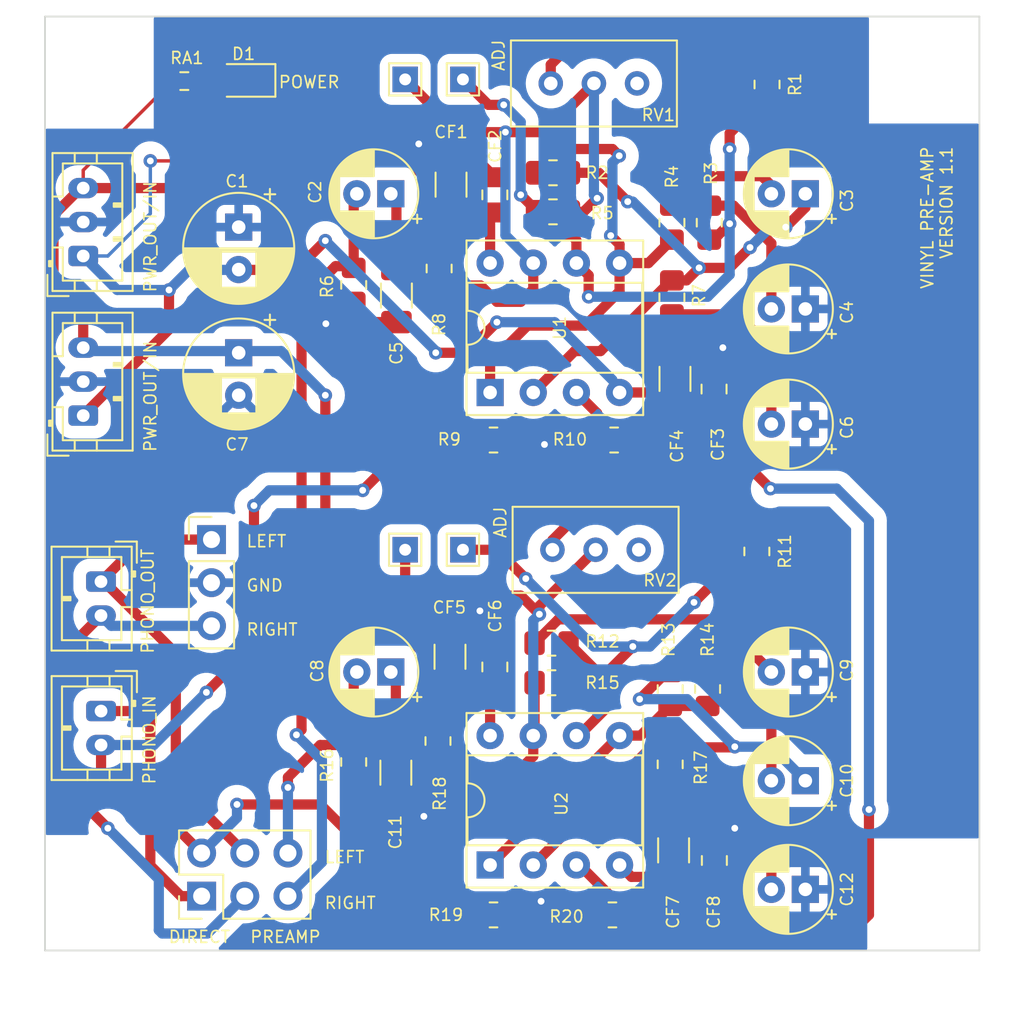
<source format=kicad_pcb>
(kicad_pcb (version 20221018) (generator pcbnew)
  (layers (0 "F.Cu" signal) (31 "B.Cu" signal) (34 "B.Paste" user) (35 "F.Paste" user) (36 "B.SilkS" user "B.Silkscreen") (37 "F.SilkS" user "F.Silkscreen") (38 "B.Mask" user) (39 "F.Mask" user) (44 "Edge.Cuts" user))
  (net 0 "")
  (net 1 "V-")
  (net 2 "V+")
  (net 3 "LEFTIN")
  (net 4 "RIGHTIN")
  (net 5 "LEFTOUT")
  (net 6 "RIGHTOUT")
  (net 7 "AGND")
  (net 8 "Net-(R1-Pad1)")
  (net 10 "Net-(C2-Pad1)")
  (net 11 "Net-(U1-InA-)")
  (net 12 "Net-(C6-Pad2)")
  (net 13 "Net-(C9-Pad2)")
  (net 14 "Net-(C10-Pad2)")
  (net 16 "LEFTAMP")
  (net 17 "RIGHTAMP")
  (net 18 "Net-(C3-Pad2)")
  (net 19 "Net-(C4-Pad2)")
  (net 20 "Net-(C11-Pad2)")
  (net 21 "Net-(U2-InA-)")
  (net 22 "Net-(C12-Pad2)")
  (net 23 "Net-(D1-A)")
  (net 24 "Net-(U1-InB-)")
  (net 25 "Net-(U1-InB+)")
  (net 26 "Net-(U1-OutB)")
  (net 27 "Net-(U1-InA+)")
  (net 28 "Net-(R11-Pad1)")
  (net 29 "Net-(U2-InB-)")
  (net 30 "Net-(U2-InB+)")
  (net 31 "Net-(U2-OutB)")
  (net 32 "Net-(U2-InA+)")
  (footprint "Connector_JST:JST_PH_B3B-PH-K_1x03_P2.00mm_Vertical" (layer "F.Cu") (at 133.65 94.7 90)
    (fp_text reference "J1" hide)
    (fp_text value "Conn_01x03_Male")
  )
  (footprint "Resistor_SMD:R_0805_2012Metric_Pad1.20x1.40mm_HandSolder" (layer "F.Cu") (at 164.9 105.5375 180)
    (fp_text reference "R10")
    (fp_text value "2K2")
  )
  (footprint "Connector_JST:JST_PH_B2B-PH-K_1x02_P2.00mm_Vertical" (layer "F.Cu") (at 134.7 121.5 -90)
    (fp_text reference "J5" hide)
    (fp_text value "Conn_01x02_Male")
  )
  (footprint "MountingHole:MountingHole_3.2mm_M3" (layer "F.Cu") (at 183.9 133.1)
    (fp_text reference "H3" hide)
    (fp_text value "MountingHole")
  )
  (footprint "Resistor_SMD:R_0805_2012Metric_Pad1.20x1.40mm_HandSolder" (layer "F.Cu") (at 168.3 97.1375 90)
    (fp_text reference "R7")
    (fp_text value "4.7K")
  )
  (footprint "Package_DIP:DIP-8_W7.62mm_Socket" (layer "F.Cu") (at 157.6 130.565124 90)
    (fp_text reference "U2")
    (fp_text value "OPA2134")
  )
  (footprint "Resistor_SMD:R_0805_2012Metric_Pad1.20x1.40mm_HandSolder" (layer "F.Cu") (at 154.6 95.4375 -90)
    (fp_text reference "R8")
    (fp_text value "750R")
  )
  (footprint "Capacitor_SMD:C_0805_2012Metric_Pad1.18x1.45mm_HandSolder" (layer "F.Cu") (at 157.877616 118.902624 -90)
    (fp_text reference "CF6")
    (fp_text value "0.1u")
  )
  (footprint "Resistor_SMD:R_0805_2012Metric_Pad1.20x1.40mm_HandSolder" (layer "F.Cu") (at 154.531414 123.265124 -90)
    (fp_text reference "R18")
    (fp_text value "750R")
  )
  (footprint "Capacitor_THT:CP_Radial_D5.0mm_P2.00mm" (layer "F.Cu") (at 151.755113 119.2 180)
    (fp_text reference "C8")
    (fp_text value "1U C0G")
  )
  (footprint "Resistor_SMD:R_0805_2012Metric_Pad1.20x1.40mm_HandSolder" (layer "F.Cu") (at 157.8 133.502624 180)
    (fp_text reference "R19")
    (fp_text value "47K")
  )
  (footprint "Resistor_SMD:R_0805_2012Metric_Pad1.20x1.40mm_HandSolder" (layer "F.Cu") (at 157.8 105.5375 180)
    (fp_text reference "R9")
    (fp_text value "47K")
  )
  (footprint "Connector_JST:JST_PH_B2B-PH-K_1x02_P2.00mm_Vertical" (layer "F.Cu") (at 134.695165 113.877039 -90)
    (fp_text reference "J4" hide)
    (fp_text value "Conn_01x02_Male")
  )
  (footprint "Resistor_SMD:R_0805_2012Metric_Pad1.20x1.40mm_HandSolder" (layer "F.Cu") (at 161.216424 119.832624)
    (fp_text reference "R15")
    (fp_text value "100K")
  )
  (footprint "Resistor_SMD:R_0603_1608Metric" (layer "F.Cu") (at 139.6 84.4 180)
    (fp_text reference "RA1")
    (fp_text value "5.1K")
  )
  (footprint "Capacitor_THT:CP_Radial_D6.3mm_P2.50mm" (layer "F.Cu") (at 142.8 93 -90)
    (fp_text reference "C1")
    (fp_text value "100U 16V")
  )
  (footprint "Capacitor_SMD:C_1206_3216Metric_Pad1.33x1.80mm_HandSolder" (layer "F.Cu") (at 152.085 97.03 90)
    (fp_text reference "C5")
    (fp_text value "0.1U C0G")
  )
  (footprint "Package_DIP:DIP-8_W7.62mm_Socket" (layer "F.Cu") (at 157.6 102.7375 90)
    (fp_text reference "U1")
    (fp_text value "OPA2134")
  )
  (footprint "MountingHole:MountingHole_3.2mm_M3" (layer "F.Cu") (at 133.9 133.1)
    (fp_text reference "H4" hide)
    (fp_text value "MountingHole")
  )
  (footprint "Resistor_SMD:R_0805_2012Metric_Pad1.20x1.40mm_HandSolder" (layer "F.Cu") (at 149.57 124.5 90)
    (fp_text reference "R16")
    (fp_text value "100K")
  )
  (footprint "TestPoint:TestPoint_THTPad_1.5x1.5mm_Drill0.7mm" (layer "F.Cu") (at 152.6 112)
    (fp_text reference "TP3" hide)
    (fp_text value "TestPoint")
  )
  (footprint "TestPoint:TestPoint_THTPad_1.5x1.5mm_Drill0.7mm" (layer "F.Cu") (at 156 112)
    (fp_text reference "TP4" hide)
    (fp_text value "TestPoint")
  )
  (footprint "Capacitor_SMD:C_1206_3216Metric_Pad1.33x1.80mm_HandSolder" (layer "F.Cu") (at 168.4 129.702624 -90)
    (fp_text reference "CF7")
    (fp_text value "10u")
  )
  (footprint "Resistor_SMD:R_0805_2012Metric_Pad1.20x1.40mm_HandSolder" (layer "F.Cu") (at 173.3 112.1 -90)
    (fp_text reference "R11")
    (fp_text value "2.7K")
  )
  (footprint "Resistor_SMD:R_0805_2012Metric_Pad1.20x1.40mm_HandSolder" (layer "F.Cu") (at 170.4 120.2 90)
    (fp_text reference "R14")
    (fp_text value "10K")
  )
  (footprint "MountingHole:MountingHole_3.2mm_M3" (layer "F.Cu") (at 183.9 83.1)
    (fp_text reference "H2" hide)
    (fp_text value "MountingHole")
  )
  (footprint "Capacitor_SMD:C_0805_2012Metric_Pad1.18x1.45mm_HandSolder" (layer "F.Cu") (at 170.78151 102.5375 -90)
    (fp_text reference "CF3")
    (fp_text value "0.1u")
  )
  (footprint "Resistor_SMD:R_0805_2012Metric_Pad1.20x1.40mm_HandSolder" (layer "F.Cu") (at 164.8 133.502624)
    (fp_text reference "R20")
    (fp_text value "2K2")
  )
  (footprint "Resistor_SMD:R_0805_2012Metric_Pad1.20x1.40mm_HandSolder" (layer "F.Cu") (at 170.5 92.7375 -90)
    (fp_text reference "R3")
    (fp_text value "2K7")
  )
  (footprint "LED_SMD:LED_0805_2012Metric_Pad1.15x1.40mm_HandSolder" (layer "F.Cu") (at 143.1 84.36 180)
    (fp_text reference "D1")
    (fp_text value "YELLOW")
  )
  (footprint "Capacitor_SMD:C_1206_3216Metric_Pad1.33x1.80mm_HandSolder" (layer "F.Cu") (at 155.238808 118.302624 -90)
    (fp_text reference "CF5")
    (fp_text value "10u")
  )
  (footprint "Capacitor_SMD:C_0805_2012Metric_Pad1.18x1.45mm_HandSolder" (layer "F.Cu") (at 157.877616 91.1 -90)
    (fp_text reference "CF2")
    (fp_text value "0.1u")
  )
  (footprint "Capacitor_THT:CP_Radial_D5.0mm_P2.00mm" (layer "F.Cu") (at 151.755113 91.0375 180)
    (fp_text reference "C2")
    (fp_text value "1U C0G")
  )
  (footprint "Resistor_SMD:R_0805_2012Metric_Pad1.20x1.40mm_HandSolder" (layer "F.Cu") (at 168.3 92.7375 90)
    (fp_text reference "R4")
    (fp_text value "10K")
  )
  (footprint "Connector_PinHeader_2.54mm:PinHeader_2x03_P2.54mm_Vertical" (layer "F.Cu") (at 140.62 132.4 90)
    (fp_text reference "J6" hide)
    (fp_text value "Conn_02x03_Odd_Even")
  )
  (footprint "Capacitor_THT:CP_Radial_D5.0mm_P2.00mm" (layer "F.Cu") (at 176.155113 91.0375 180)
    (fp_text reference "C3")
    (fp_text value "22U C0G")
  )
  (footprint "Capacitor_SMD:C_1206_3216Metric_Pad1.33x1.80mm_HandSolder" (layer "F.Cu") (at 152.050707 125.13 90)
    (fp_text reference "C11")
    (fp_text value "0.1U C0G")
  )
  (footprint "Connector_PinHeader_2.54mm:PinHeader_1x03_P2.54mm_Vertical" (layer "F.Cu") (at 141.2 111.4)
    (fp_text reference "J3" hide)
    (fp_text value "Conn_01x03_Male")
  )
  (footprint "TestPoint:TestPoint_THTPad_1.5x1.5mm_Drill0.7mm" (layer "F.Cu") (at 156 84.3)
    (fp_text reference "TP2" hide)
    (fp_text value "TestPoint")
  )
  (footprint "MountingHole:MountingHole_3.2mm_M3" (layer "F.Cu") (at 133.9 83.1)
    (fp_text reference "H1" hide)
    (fp_text value "MountingHole")
  )
  (footprint "Potentiometer_THT:Potentiometer_Bourns_3296W_Vertical" (layer "F.Cu") (at 166.25 84.5375)
    (fp_text reference "RV1")
    (fp_text value "50K")
  )
  (footprint "Capacitor_SMD:C_1206_3216Metric_Pad1.33x1.80mm_HandSolder" (layer "F.Cu") (at 155.3 90.5 -90)
    (fp_text reference "CF1")
    (fp_text value "10u")
  )
  (footprint "Resistor_SMD:R_0805_2012Metric_Pad1.20x1.40mm_HandSolder" (layer "F.Cu") (at 173.9 84.6 -90)
    (fp_text reference "R1")
    (fp_text value "2.7K")
  )
  (footprint "Resistor_SMD:R_0805_2012Metric_Pad1.20x1.40mm_HandSolder" (layer "F.Cu") (at 161.3 92.1 180)
    (fp_text reference "R5")
    (fp_text value "100K")
  )
  (footprint "Capacitor_THT:CP_Radial_D5.0mm_P2.00mm" (layer "F.Cu") (at 176.155113 119.2 180)
    (fp_text reference "C9")
    (fp_text value "22U C0G")
  )
  (footprint "Capacitor_THT:CP_Radial_D5.0mm_P2.00mm" (layer "F.Cu") (at 176.155113 132 180)
    (fp_text reference "C12")
    (fp_text value "22U")
  )
  (footprint "Resistor_SMD:R_0805_2012Metric_Pad1.20x1.40mm_HandSolder" (layer "F.Cu") (at 149.57 96.4 90)
    (fp_text reference "R6")
    (fp_text value "100K")
  )
  (footprint "Capacitor_SMD:C_0805_2012Metric_Pad1.18x1.45mm_HandSolder" (layer "F.Cu") (at 170.8 130.3 -90)
    (fp_text reference "CF8")
    (fp_text value "0.1u")
  )
  (footprint "Capacitor_THT:CP_Radial_D5.0mm_P2.00mm" (layer "F.Cu") (at 176.155113 125.6 180)
    (fp_text reference "C10")
    (fp_text value "22U C0G")
  )
  (footprint "TestPoint:TestPoint_THTPad_1.5x1.5mm_Drill0.7mm" (layer "F.Cu") (at 152.6 84.3)
    (fp_text reference "TP1" hide)
    (fp_text value "TestPoint")
  )
  (footprint "Resistor_SMD:R_0805_2012Metric_Pad1.20x1.40mm_HandSolder" (layer "F.Cu") (at 161.216424 117.5)
    (fp_text reference "R12")
    (fp_text value "2K7")
  )
  (footprint "Resistor_SMD:R_0805_2012Metric_Pad1.20x1.40mm_HandSolder" (layer "F.Cu") (at 161.3 89.8 180)
    (fp_text reference "R2")
    (fp_text value "180K")
  )
  (footprint "Capacitor_THT:CP_Radial_D5.0mm_P2.00mm" (layer "F.Cu") (at 176.155113 104.6 180)
    (fp_text reference "C6")
    (fp_text value "22U")
  )
  (footprint "Capacitor_THT:CP_Radial_D5.0mm_P2.00mm" (layer "F.Cu") (at 176.155113 97.81875 180)
    (fp_text reference "C4")
    (fp_text value "22U C0G")
  )
  (footprint "Potentiometer_THT:Potentiometer_Bourns_3296W_Vertical" (layer "F.Cu") (at 166.35 112)
    (fp_text reference "RV2")
    (fp_text value "50K")
  )
  (footprint "Capacitor_THT:CP_Radial_D6.3mm_P2.50mm" (layer "F.Cu") (at 142.8 100.4 -90)
    (fp_text reference "C7")
    (fp_text value "100U 16V")
  )
  (footprint "Capacitor_SMD:C_1206_3216Metric_Pad1.33x1.80mm_HandSolder" (layer "F.Cu") (at 168.48151 101.9375 -90)
    (fp_text reference "CF4")
    (fp_text value "10u")
  )
  (footprint "Resistor_SMD:R_0805_2012Metric_Pad1.20x1.40mm_HandSolder" (layer "F.Cu") (at 168.2 120.202624 -90)
    (fp_text reference "R13")
    (fp_text value "180K")
  )
  (footprint "Connector_JST:JST_PH_B3B-PH-K_1x03_P2.00mm_Vertical" (layer "F.Cu") (at 133.65 104.1 90)
    (fp_text reference "J2" hide)
    (fp_text value "Conn_01x03_Male")
  )
  (footprint "Resistor_SMD:R_0805_2012Metric_Pad1.20x1.40mm_HandSolder" (layer "F.Cu") (at 168.2 124.637624 90)
    (fp_text reference "R17")
    (fp_text value "4.7K")
  )
  (gr_line (start 186.4 135.6) (end 186.4 80.6) (stroke (width 0.1)) (layer "Edge.Cuts"))
  (gr_line (start 186.4 80.6) (end 131.4 80.6) (stroke (width 0.1)) (layer "Edge.Cuts"))
  (gr_line (start 131.4 80.6) (end 131.4 135.6) (stroke (width 0.1)) (layer "Edge.Cuts"))
  (gr_line (start 131.4 135.6) (end 186.4 135.6) (stroke (width 0.1)) (layer "Edge.Cuts"))
  (gr_text "PHONO_IN" (at 137.545165 125.877039 90) (layer "F.SilkS") (effects (font (size 0.7 0.7) (thickness 0.1)) (justify left)))
  (gr_text "GND\n" (at 143.2 114.1) (layer "F.SilkS") (effects (font (size 0.7 0.7) (thickness 0.1)) (justify left)))
  (gr_text "LEFT" (at 147.8 130.1) (layer "F.SilkS") (effects (font (size 0.7 0.7) (thickness 0.1)) (justify left)))
  (gr_text "PHONO_OUT" (at 137.445165 118.177039 90) (layer "F.SilkS") (effects (font (size 0.7 0.7) (thickness 0.1)) (justify left)))
  (gr_text "DIRECT" (at 138.62 134.8) (layer "F.SilkS") (effects (font (size 0.7 0.7) (thickness 0.1)) (justify left)))
  (gr_text "PWR_OUT/IN" (at 137.6 106.3 90) (layer "F.SilkS") (effects (font (size 0.7 0.7) (thickness 0.1)) (justify left)))
  (gr_text "VINYL PRE-AMP\nVERSION 1.1" (at 183.9 88.2 90) (layer "F.SilkS") (effects (font (size 0.7 0.7) (thickness 0.1)) (justify right)))
  (gr_text "POWER" (at 145.1 84.46) (layer "F.SilkS") (effects (font (size 0.7 0.7) (thickness 0.1)) (justify left)))
  (gr_text "PWR_OUT/IN" (at 137.6 96.9 90) (layer "F.SilkS") (effects (font (size 0.7 0.7) (thickness 0.1)) (justify left)))
  (gr_text "ADJ" (at 158.2 109.4 90) (layer "F.SilkS") (effects (font (size 0.7 0.7) (thickness 0.1)) (justify right)))
  (gr_text "PREAMP" (at 143.42 134.8) (layer "F.SilkS") (effects (font (size 0.7 0.7) (thickness 0.1)) (justify left)))
  (gr_text "ADJ" (at 158.1 81.9 90) (layer "F.SilkS") (effects (font (size 0.7 0.7) (thickness 0.1)) (justify right)))
  (gr_text "RIGHT" (at 143.2 116.7) (layer "F.SilkS") (effects (font (size 0.7 0.7) (thickness 0.1)) (justify left)))
  (gr_text "RIGHT" (at 147.8 132.8) (layer "F.SilkS") (effects (font (size 0.7 0.7) (thickness 0.1)) (justify left)))
  (gr_text "LEFT" (at 143.2 111.5) (layer "F.SilkS") (effects (font (size 0.7 0.7) (thickness 0.1)) (justify left)))
  (segment (start 168.4 131.265124) (end 165.92 131.265124) (width 0.6) (layer "F.Cu") (net 1))
  (segment (start 165.92 131.265124) (end 165.22 130.565124) (width 0.6) (layer "F.Cu") (net 1))
  (segment (start 139.385 89.1) (end 137.6 89.1) (width 0.2) (layer "F.Cu") (net 1))
  (segment (start 146.182379 95.517621) (end 147.9 93.8) (width 0.6) (layer "F.Cu") (net 1))
  (segment (start 142.8 95.517621) (end 146.182379 95.517621) (width 0.6) (layer "F.Cu") (net 1))
  (segment (start 170.78151 105.08151) (end 170.78151 103.575) (width 0.6) (layer "F.Cu") (net 1))
  (segment (start 174.1 108.4) (end 170.78151 105.08151) (width 0.6) (layer "F.Cu") (net 1))
  (segment (start 179.1 134.3) (end 179.3 134.1) (width 0.6) (layer "F.Cu") (net 1))
  (segment (start 167.71901 102.7375) (end 168.48151 103.5) (width 0.6) (layer "F.Cu") (net 1))
  (segment (start 170.78151 103.575) (end 168.55651 103.575) (width 0.6) (layer "F.Cu") (net 1))
  (segment (start 165.22 102.7375) (end 167.71901 102.7375) (width 0.6) (layer "F.Cu") (net 1))
  (segment (start 154.4 100.4) (end 156.2 100.4) (width 0.6) (layer "F.Cu") (net 1))
  (segment (start 138.7 99.027914) (end 138.7 96.7) (width 0.6) (layer "F.Cu") (net 1))
  (segment (start 173.1 134.3) (end 179.1 134.3) (width 0.6) (layer "F.Cu") (net 1))
  (segment (start 170.8 131.3375) (end 168.472376 131.3375) (width 0.6) (layer "F.Cu") (net 1))
  (segment (start 179.9 133.5) (end 179.9 127.3) (width 0.6) (layer "F.Cu") (net 1))
  (segment (start 170.8 132) (end 173.1 134.3) (width 0.6) (layer "F.Cu") (net 1))
  (segment (start 179.3 134.1) (end 179.9 133.5) (width 0.6) (layer "F.Cu") (net 1))
  (segment (start 170.8 131.3375) (end 170.8 132) (width 0.6) (layer "F.Cu") (net 1))
  (segment (start 144.125 84.36) (end 139.385 89.1) (width 0.2) (layer "F.Cu") (net 1))
  (segment (start 133.65 104.077914) (end 138.7 99.027914) (width 0.6) (layer "F.Cu") (net 1))
  (segment (start 156.2 100.4) (end 158 98.6) (width 0.6) (layer "F.Cu") (net 1))
  (via (at 138.7 96.7) (size 0.8) (drill 0.4) (layers "F.Cu" "B.Cu") (net 1))
  (via (at 174.1 108.4) (size 0.8) (drill 0.4) (layers "F.Cu" "B.Cu") (net 1))
  (via (at 154.4 100.4) (size 0.8) (drill 0.4) (layers "F.Cu" "B.Cu") (net 1))
  (via (at 137.6 89.1) (size 0.8) (drill 0.4) (layers "F.Cu" "B.Cu") (net 1))
  (via (at 179.9 127.3) (size 0.8) (drill 0.4) (layers "F.Cu" "B.Cu") (net 1))
  (via (at 158 98.6) (size 0.8) (drill 0.4) (layers "F.Cu" "B.Cu") (net 1))
  (via (at 147.9 93.8) (size 0.8) (drill 0.4) (layers "F.Cu" "B.Cu") (net 1))
  (segment (start 133.65 94.7) (end 135.1 94.7) (width 0.2) (layer "B.Cu") (net 1))
  (segment (start 158 98.6) (end 161.4 98.6) (width 0.6) (layer "B.Cu") (net 1))
  (segment (start 135.65 96.7) (end 138.7 96.7) (width 0.6) (layer "B.Cu") (net 1))
  (segment (start 178 108.4) (end 174.1 108.4) (width 0.6) (layer "B.Cu") (net 1))
  (segment (start 142.8 95.517621) (end 139.882379 95.517621) (width 0.6) (layer "B.Cu") (net 1))
  (segment (start 135.1 94.7) (end 137.6 92.2) (width 0.2) (layer "B.Cu") (net 1))
  (segment (start 133.65 94.7) (end 135.65 96.7) (width 0.6) (layer "B.Cu") (net 1))
  (segment (start 137.6 92.2) (end 137.6 89.1) (width 0.2) (layer "B.Cu") (net 1))
  (segment (start 139.882379 95.517621) (end 138.7 96.7) (width 0.6) (layer "B.Cu") (net 1))
  (segment (start 179.9 110.3) (end 178 108.4) (width 0.6) (layer "B.Cu") (net 1))
  (segment (start 154.4 100.3) (end 154.4 100.4) (width 0.6) (layer "B.Cu") (net 1))
  (segment (start 147.9 93.8) (end 154.4 100.3) (width 0.6) (layer "B.Cu") (net 1))
  (segment (start 179.9 127.3) (end 179.9 110.3) (width 0.6) (layer "B.Cu") (net 1))
  (segment (start 161.4 98.6) (end 164.8 102) (width 0.6) (layer "B.Cu") (net 1))
  (segment (start 131.9 96.8) (end 131.9 92.3) (width 0.6) (layer "F.Cu") (net 2))
  (segment (start 141 88.4) (end 138.7 90.7) (width 0.6) (layer "F.Cu") (net 2))
  (segment (start 133.65 89.65) (end 133.65 90.7) (width 0.2) (layer "F.Cu") (net 2))
  (segment (start 157.6 122.945124) (end 157.6 120.21774) (width 0.6) (layer "F.Cu") (net 2))
  (segment (start 148.7 113.1) (end 148.6 113.1) (width 0.6) (layer "F.Cu") (net 2))
  (segment (start 131.9 92.3) (end 133.5 90.7) (width 0.6) (layer "F.Cu") (net 2))
  (segment (start 133.65 98.55) (end 131.9 96.8) (width 0.6) (layer "F.Cu") (net 2))
  (segment (start 148.6 113.1) (end 147.9 112.4) (width 0.6) (layer "F.Cu") (net 2))
  (segment (start 138.775 84.525) (end 133.65 89.65) (width 0.2) (layer "F.Cu") (net 2))
  (segment (start 157.6 95.1175) (end 157.6 92.415116) (width 0.6) (layer "F.Cu") (net 2))
  (segment (start 152.1 88.4) (end 141 88.4) (width 0.6) (layer "F.Cu") (net 2))
  (segment (start 157.877616 119.940124) (end 155.313808 119.940124) (width 0.6) (layer "F.Cu") (net 2))
  (segment (start 155.3 92.0625) (end 155.3 91.6) (width 0.6) (layer "F.Cu") (net 2))
  (segment (start 155.238808 119.638808) (end 148.7 113.1) (width 0.6) (layer "F.Cu") (net 2))
  (segment (start 147.9 112.4) (end 147.9 102.9) (width 0.6) (layer "F.Cu") (net 2))
  (segment (start 138.7 90.7) (end 133.65 90.7) (width 0.6) (layer "F.Cu") (net 2))
  (segment (start 157.877616 92.1375) (end 155.375 92.1375) (width 0.6) (layer "F.Cu") (net 2))
  (segment (start 133.65 100.1) (end 133.65 98.55) (width 0.6) (layer "F.Cu") (net 2))
  (segment (start 155.3 91.6) (end 152.1 88.4) (width 0.6) (layer "F.Cu") (net 2))
  (via (at 147.9 102.9) (size 0.8) (drill 0.4) (layers "F.Cu" "B.Cu") (net 2))
  (segment (start 142.8 100.3) (end 133.85 100.3) (width 0.6) (layer "B.Cu") (net 2))
  (segment (start 145.3 100.3) (end 142.8 100.3) (width 0.6) (layer "B.Cu") (net 2))
  (segment (start 147.9 102.9) (end 145.3 100.3) (width 0.6) (layer "B.Cu") (net 2))
  (segment (start 156.8 133.502624) (end 154.102624 133.502624) (width 0.6) (layer "F.Cu") (net 3))
  (segment (start 147.6 127) (end 142.7 127) (width 0.6) (layer "F.Cu") (net 3))
  (segment (start 140.62 129.86) (end 137.6 126.84) (width 0.6) (layer "F.Cu") (net 3))
  (segment (start 163.497376 133.502624) (end 163.8 133.502624) (width 0.6) (layer "F.Cu") (net 3))
  (segment (start 156.8 134) (end 157.8 135) (width 0.6) (layer "F.Cu") (net 3))
  (segment (start 137.6 126.84) (end 137.6 122.1) (width 0.6) (layer "F.Cu") (net 3))
  (segment (start 162 135) (end 163.497376 133.502624) (width 0.6) (layer "F.Cu") (net 3))
  (segment (start 156.8 133.502624) (end 156.8 134) (width 0.6) (layer "F.Cu") (net 3))
  (segment (start 157.8 135) (end 162 135) (width 0.6) (layer "F.Cu") (net 3))
  (segment (start 137.6 122.1) (end 137 121.5) (width 0.6) (layer "F.Cu") (net 3))
  (segment (start 154.102624 133.502624) (end 147.6 127) (width 0.6) (layer "F.Cu") (net 3))
  (segment (start 137 121.5) (end 134.7 121.5) (width 0.6) (layer "F.Cu") (net 3))
  (via (at 142.7 127) (size 0.8) (drill 0.4) (layers "F.Cu" "B.Cu") (net 3))
  (segment (start 142.7 127.78) (end 142.7 127) (width 0.6) (layer "B.Cu") (net 3))
  (segment (start 140.62 129.86) (end 142.7 127.78) (width 0.6) (layer "B.Cu") (net 3))
  (segment (start 137.6 130.6) (end 137.6 128.2) (width 0.6) (layer "F.Cu") (net 4))
  (segment (start 140.9 120.4) (end 143.7 117.6) (width 0.6) (layer "F.Cu") (net 4))
  (segment (start 158.5 107.1) (end 164.3 107.1) (width 0.6) (layer "F.Cu") (net 4))
  (segment (start 150.1 108.5) (end 153.0625 105.5375) (width 0.6) (layer "F.Cu") (net 4))
  (segment (start 137.6 128.2) (end 134.7 125.3) (width 0.6) (layer "F.Cu") (net 4))
  (segment (start 139.4 132.4) (end 137.6 130.6) (width 0.6) (layer "F.Cu") (net 4))
  (segment (start 134.7 125.3) (end 134.7 123.5) (width 0.6) (layer "F.Cu") (net 4))
  (segment (start 164.3 107.1) (end 165.8625 105.5375) (width 0.6) (layer "F.Cu") (net 4))
  (segment (start 153.0625 105.5375) (end 156.8 105.5375) (width 0.6) (layer "F.Cu") (net 4))
  (segment (start 143.7 117.6) (end 143.7 109.4) (width 0.6) (layer "F.Cu") (net 4))
  (segment (start 140.62 132.4) (end 139.4 132.4) (width 0.6) (layer "F.Cu") (net 4))
  (segment (start 156.9375 105.5375) (end 158.5 107.1) (width 0.6) (layer "F.Cu") (net 4))
  (via (at 140.9 120.4) (size 0.8) (drill 0.4) (layers "F.Cu" "B.Cu") (net 4))
  (via (at 143.7 109.4) (size 0.8) (drill 0.4) (layers "F.Cu" "B.Cu") (net 4))
  (via (at 150.1 108.5) (size 0.8) (drill 0.4) (layers "F.Cu" "B.Cu") (net 4))
  (segment (start 150.1 108.5) (end 144.6 108.5) (width 0.6) (layer "B.Cu") (net 4))
  (segment (start 144.6 108.5) (end 143.7 109.4) (width 0.6) (layer "B.Cu") (net 4))
  (segment (start 137.8 123.5) (end 140.9 120.4) (width 0.6) (layer "B.Cu") (net 4))
  (segment (start 134.7 123.5) (end 137.8 123.5) (width 0.6) (layer "B.Cu") (net 4))
  (segment (start 141.2 111.4) (end 137.172204 111.4) (width 0.6) (layer "F.Cu") (net 5))
  (segment (start 139.1 125.8) (end 139.1 118.1) (width 0.6) (layer "F.Cu") (net 5))
  (segment (start 143.16 129.86) (end 139.1 125.8) (width 0.6) (layer "F.Cu") (net 5))
  (segment (start 139.1 118.1) (end 134.877039 113.877039) (width 0.6) (layer "F.Cu") (net 5))
  (segment (start 137.172204 111.4) (end 134.695165 113.877039) (width 0.6) (layer "F.Cu") (net 5))
  (segment (start 132 118.572204) (end 132 125.3) (width 0.6) (layer "F.Cu") (net 6))
  (segment (start 134.695165 115.877039) (end 132 118.572204) (width 0.6) (layer "F.Cu") (net 6))
  (segment (start 132 125.3) (end 135.1 128.4) (width 0.6) (layer "F.Cu") (net 6))
  (via (at 135.1 128.4) (size 0.8) (drill 0.4) (layers "F.Cu" "B.Cu") (net 6))
  (segment (start 140.96 134.6) (end 138.3 134.6) (width 0.6) (layer "B.Cu") (net 6))
  (segment (start 138.1 131.4) (end 135.1 128.4) (width 0.6) (layer "B.Cu") (net 6))
  (segment (start 138.1 134.4) (end 138.1 131.4) (width 0.6) (layer "B.Cu") (net 6))
  (segment (start 143.16 132.4) (end 140.96 134.6) (width 0.6) (layer "B.Cu") (net 6))
  (segment (start 135.298126 116.48) (end 134.695165 115.877039) (width 0.6) (layer "B.Cu") (net 6))
  (segment (start 138.3 134.6) (end 138.1 134.4) (width 0.6) (layer "B.Cu") (net 6))
  (segment (start 141.2 116.48) (end 135.298126 116.48) (width 0.6) (layer "B.Cu") (net 6))
  (segment (start 170.78151 100.61849) (end 171.3 100.1) (width 0.6) (layer "F.Cu") (net 7))
  (segment (start 158.8 105.5375) (end 160.5375 105.5375) (width 0.6) (layer "F.Cu") (net 7))
  (segment (start 149.220824 97.4) (end 147.93144 98.689384) (width 0.6) (layer "F.Cu") (net 7))
  (segment (start 152.085 98.5925) (end 150.7625 98.5925) (width 0.6) (layer "F.Cu") (net 7))
  (segment (start 152.050707 126.6925) (end 152.6925 126.6925) (width 0.6) (layer "F.Cu") (net 7))
  (segment (start 156.2 116.4) (end 157 115.6) (width 0.6) (layer "F.Cu") (net 7))
  (segment (start 171.1375 129.2625) (end 172 128.4) (width 0.6) (layer "F.Cu") (net 7))
  (segment (start 152.050707 126.6925) (end 150.7625 126.6925) (width 0.6) (layer "F.Cu") (net 7))
  (segment (start 158.8 133.502624) (end 159.797376 133.502624) (width 0.6) (layer "F.Cu") (net 7))
  (segment (start 157.877616 117.865124) (end 156.363808 117.865124) (width 0.6) (layer "F.Cu") (net 7))
  (segment (start 170.78151 101.5) (end 170.78151 100.61849) (width 0.6) (layer "F.Cu") (net 7))
  (segment (start 160.5375 105.5375) (end 160.8 105.8) (width 0.6) (layer "F.Cu") (net 7))
  (segment (start 169.60651 101.5) (end 168.48151 100.375) (width 0.6) (layer "F.Cu") (net 7))
  (segment (start 155.578932 116.4) (end 156.2 116.4) (width 0.6) (layer "F.Cu") (net 7))
  (segment (start 150.7625 126.6925) (end 149.57 125.5) (width 0.6) (layer "F.Cu") (net 7))
  (segment (start 155.5 88.9375) (end 154.2375 88.9375) (width 0.6) (layer "F.Cu") (net 7))
  (segment (start 156.363808 117.865124) (end 155.238808 116.740124) (width 0.6) (layer "F.Cu") (net 7))
  (segment (start 168.4 128.140124) (end 169.677624 128.140124) (width 0.6) (layer "F.Cu") (net 7))
  (segment (start 152.6925 126.6925) (end 153.7 127.7) (width 0.6) (layer "F.Cu") (net 7))
  (segment (start 155.5 88.9375) (end 156.752616 88.9375) (width 0.6) (layer "F.Cu") (net 7))
  (segment (start 170.78151 101.5) (end 169.60651 101.5) (width 0.6) (layer "F.Cu") (net 7))
  (segment (start 159.797376 133.502624) (end 160.6 132.7) (width 0.6) (layer "F.Cu") (net 7))
  (segment (start 156.752616 88.9375) (end 157.877616 90.0625) (width 0.6) (layer "F.Cu") (net 7))
  (segment (start 169.677624 128.140124) (end 170.8 129.2625) (width 0.6) (layer "F.Cu") (net 7))
  (segment (start 150.7625 98.5925) (end 149.57 97.4) (width 0.6) (layer "F.Cu") (net 7))
  (segment (start 154.2375 88.9375) (end 153.4 88.1) (width 0.6) (layer "F.Cu") (net 7))
  (via (at 171.3 100.1) (size 0.8) (drill 0.4) (layers "F.Cu" "B.Cu") (net 7))
  (via (at 153.7 127.7) (size 0.8) (drill 0.4) (layers "F.Cu" "B.Cu") (net 7))
  (via (at 172 128.4) (size 0.8) (drill 0.4) (layers "F.Cu" "B.Cu") (net 7))
  (via (at 160.6 132.7) (size 0.8) (drill 0.4) (layers "F.Cu" "B.Cu") (net 7))
  (via (at 160.8 105.8) (size 0.8) (drill 0.4) (layers "F.Cu" "B.Cu") (net 7))
  (via (at 147.93144 98.689384) (size 0.8) (drill 0.4) (layers "F.Cu" "B.Cu") (net 7))
  (via (at 153.4 88.1) (size 0.8) (drill 0.4) (layers "F.Cu" "B.Cu") (net 7))
  (via (at 157 115.6) (size 0.8) (drill 0.4) (layers "F.Cu" "B.Cu") (net 7))
  (segment (start 161.17 83.43) (end 161.17 84.5375) (width 0.6) (layer "F.Cu") (net 8))
  (segment (start 172.475 82.5) (end 162.1 82.5) (width 0.6) (layer "F.Cu") (net 8))
  (segment (start 173.575 83.6) (end 172.475 82.5) (width 0.6) (layer "F.Cu") (net 8))
  (segment (start 162.1 82.5) (end 161.17 83.43) (width 0.6) (layer "F.Cu") (net 8))
  (segment (start 153.57 95.4675) (end 154.5325 94.505) (width 0.6) (layer "F.Cu") (net 10))
  (segment (start 152.085 95.4675) (end 153.57 95.4675) (width 0.6) (layer "F.Cu") (net 10))
  (segment (start 152.085 90.729887) (end 152.085 95.4675) (width 0.6) (layer "F.Cu") (net 10))
  (segment (start 176.155113 91.844887) (end 175 93) (width 0.6) (layer "F.Cu") (net 11))
  (segment (start 162.5775 100.3) (end 164.1 100.3) (width 0.6) (layer "F.Cu") (net 11))
  (segment (start 164.1 100.3) (end 168.2625 96.1375) (width 0.6) (layer "F.Cu") (net 11))
  (segment (start 162.3 89.8) (end 164 89.8) (width 0.6) (layer "F.Cu") (net 11))
  (segment (start 172.9 94.2) (end 171.7 95.4) (width 0.6) (layer "F.Cu") (net 11))
  (segment (start 164 89.8) (end 165.7 91.5) (width 0.6) (layer "F.Cu") (net 11))
  (segment (start 169.1625 96.1375) (end 169.9 95.4) (width 0.6) (layer "F.Cu") (net 11))
  (segment (start 176.155113 91.0375) (end 176.155113 91.844887) (width 0.6) (layer "F.Cu") (net 11))
  (segment (start 160.14 102.7375) (end 162.5775 100.3) (width 0.6) (layer "F.Cu") (net 11))
  (segment (start 171.7 95.4) (end 169.9 95.4) (width 0.6) (layer "F.Cu") (net 11))
  (segment (start 168.3 96.1375) (end 169.1625 96.1375) (width 0.6) (layer "F.Cu") (net 11))
  (via (at 165.7 91.5) (size 0.8) (drill 0.4) (layers "F.Cu" "B.Cu") (net 11))
  (via (at 172.9 94.2) (size 0.8) (drill 0.4) (layers "F.Cu" "B.Cu") (net 11))
  (via (at 169.9 95.4) (size 0.8) (drill 0.4) (layers "F.Cu" "B.Cu") (net 11))
  (via (at 175 93) (size 0.8) (drill 0.4) (layers "F.Cu" "B.Cu") (net 11))
  (segment (start 166 91.5) (end 165.7 91.5) (width 0.6) (layer "B.Cu") (net 11))
  (segment (start 175 93) (end 174.1 93) (width 0.6) (layer "B.Cu") (net 11))
  (segment (start 169.9 95.4) (end 166 91.5) (width 0.6) (layer "B.Cu") (net 11))
  (segment (start 174.1 93) (end 172.9 94.2) (width 0.6) (layer "B.Cu") (net 11))
  (segment (start 174.155113 100.155113) (end 172.1375 98.1375) (width 0.6) (layer "F.Cu") (net 12))
  (segment (start 174.155113 104.6) (end 174.155113 100.155113) (width 0.6) (layer "F.Cu") (net 12))
  (segment (start 172.1375 98.1375) (end 168.3 98.1375) (width 0.6) (layer "F.Cu") (net 12))
  (segment (start 160.216424 117.5) (end 161.616924 116.0995) (width 0.6) (layer "F.Cu") (net 13))
  (segment (start 161.616924 116.0995) (end 171.054613 116.0995) (width 0.6) (layer "F.Cu") (net 13))
  (segment (start 171.054613 116.0995) (end 174.155113 119.2) (width 0.6) (layer "F.Cu") (net 13))
  (segment (start 170.4 119.2) (end 171.6 119.2) (width 0.6) (layer "F.Cu") (net 14))
  (segment (start 171.6 119.2) (end 174.155113 121.755113) (width 0.6) (layer "F.Cu") (net 14))
  (segment (start 174.155113 121.755113) (end 174.155113 125.6) (width 0.6) (layer "F.Cu") (net 14))
  (segment (start 149.57 123.5) (end 149.57 119.385113) (width 0.6) (layer "F.Cu") (net 16))
  (segment (start 145.7 126) (end 145.7 125.4) (width 0.6) (layer "F.Cu") (net 16))
  (segment (start 149.57 123.5) (end 147.6 123.5) (width 0.6) (layer "F.Cu") (net 16))
  (segment (start 145.7 125.4) (end 147.6 123.5) (width 0.6) (layer "F.Cu") (net 16))
  (via (at 145.7 126) (size 0.8) (drill 0.4) (layers "F.Cu" "B.Cu") (net 16))
  (segment (start 145.7 126) (end 145.7 129.86) (width 0.6) (layer "B.Cu") (net 16))
  (segment (start 146.2 122.9) (end 146.5 122.6) (width 0.6) (layer "F.Cu") (net 17))
  (segment (start 149.57 95.4) (end 149.57 90.585113) (width 0.6) (layer "F.Cu") (net 17))
  (segment (start 148.5 95.3) (end 149.47 95.3) (width 0.6) (layer "F.Cu") (net 17))
  (segment (start 146.5 122.6) (end 146.5 97.3) (width 0.6) (layer "F.Cu") (net 17))
  (segment (start 146.5 97.3) (end 148.5 95.3) (width 0.6) (layer "F.Cu") (net 17))
  (via (at 146.2 122.9) (size 0.8) (drill 0.4) (layers "F.Cu" "B.Cu") (net 17))
  (segment (start 147.7 130.4) (end 147.7 124.4) (width 0.6) (layer "B.Cu") (net 17))
  (segment (start 145.7 132.4) (end 147.7 130.4) (width 0.6) (layer "B.Cu") (net 17))
  (segment (start 147.7 124.4) (end 146.2 122.9) (width 0.6) (layer "B.Cu") (net 17))
  (segment (start 168.3 91.7375) (end 168.3 90.6) (width 0.6) (layer "F.Cu") (net 18))
  (segment (start 173.6 90) (end 174.155113 90.555113) (width 0.6) (layer "F.Cu") (net 18))
  (segment (start 168.9 90) (end 173.6 90) (width 0.6) (layer "F.Cu") (net 18))
  (segment (start 168.3 90.6) (end 168.9 90) (width 0.6) (layer "F.Cu") (net 18))
  (segment (start 174.155113 93.955113) (end 174.155113 97.81875) (width 0.6) (layer "F.Cu") (net 19))
  (segment (start 171.9375 91.7375) (end 174.155113 93.955113) (width 0.6) (layer "F.Cu") (net 19))
  (segment (start 170.5 91.7375) (end 171.9375 91.7375) (width 0.6) (layer "F.Cu") (net 19))
  (segment (start 152.050707 123.5675) (end 152.050707 119.495594) (width 0.6) (layer "F.Cu") (net 20))
  (segment (start 154.531414 122.265124) (end 153.353083 122.265124) (width 0.6) (layer "F.Cu") (net 20))
  (segment (start 153.353083 122.265124) (end 152.050707 123.5675) (width 0.6) (layer "F.Cu") (net 20))
  (segment (start 167.997376 119.202624) (end 166.4 120.8) (width 0.6) (layer "F.Cu") (net 21))
  (segment (start 171.962376 123.637624) (end 172 123.6) (width 0.6) (layer "F.Cu") (net 21))
  (segment (start 167.0675 123.637624) (end 168.2 123.637624) (width 0.6) (layer "F.Cu") (net 21))
  (segment (start 160.14 130.565124) (end 167.0675 123.637624) (width 0.6) (layer "F.Cu") (net 21))
  (segment (start 168.2 123.637624) (end 171.962376 123.637624) (width 0.6) (layer "F.Cu") (net 21))
  (via (at 172 123.6) (size 0.8) (drill 0.4) (layers "F.Cu" "B.Cu") (net 21))
  (via (at 166.4 120.8) (size 0.8) (drill 0.4) (layers "F.Cu" "B.Cu") (net 21))
  (segment (start 174.155113 123.6) (end 176.155113 125.6) (width 0.6) (layer "B.Cu") (net 21))
  (segment (start 172 123.6) (end 174.155113 123.6) (width 0.6) (layer "B.Cu") (net 21))
  (segment (start 166.4 120.8) (end 169.2 120.8) (width 0.6) (layer "B.Cu") (net 21))
  (segment (start 169.2 120.8) (end 172 123.6) (width 0.6) (layer "B.Cu") (net 21))
  (segment (start 171.437624 125.637624) (end 168.2 125.637624) (width 0.6) (layer "F.Cu") (net 22))
  (segment (start 174.155113 132) (end 174.155113 128.355113) (width 0.6) (layer "F.Cu") (net 22))
  (segment (start 174.155113 128.355113) (end 171.437624 125.637624) (width 0.6) (layer "F.Cu") (net 22))
  (segment (start 140.425 84.4) (end 141.8825 84.4) (width 0.25) (layer "F.Cu") (net 23))
  (segment (start 171.7 87.475) (end 173.575 85.6) (width 0.6) (layer "F.Cu") (net 24))
  (segment (start 162.4 93.5) (end 161.1 93.5) (width 0.6) (layer "F.Cu") (net 24))
  (segment (start 162.68 93.78) (end 162.4 93.5) (width 0.6) (layer "F.Cu") (net 24))
  (segment (start 158.4 85.8) (end 157.5 85.8) (width 0.6) (layer "F.Cu") (net 24))
  (segment (start 160.3 92) (end 159.4 91.1) (width 0.6) (layer "F.Cu") (net 24))
  (segment (start 163.4 95.8375) (end 162.68 95.1175) (width 0.6) (layer "F.Cu") (net 24))
  (segment (start 160.3 92.7) (end 160.3 92.1) (width 0.6) (layer "F.Cu") (net 24))
  (segment (start 160.3 92.1) (end 160.3 92.7375) (width 0.6) (layer "F.Cu") (net 24))
  (segment (start 162.68 95.1175) (end 162.68 93.78) (width 0.6) (layer "F.Cu") (net 24))
  (segment (start 157.5 85.8) (end 156 84.3) (width 0.6) (layer "F.Cu") (net 24))
  (segment (start 170.7625 93.7375) (end 171.7 92.8) (width 0.6) (layer "F.Cu") (net 24))
  (segment (start 161.1 93.5) (end 160.3 92.7) (width 0.6) (layer "F.Cu") (net 24))
  (segment (start 171.7 88.4) (end 171.7 87.475) (width 0.6) (layer "F.Cu") (net 24))
  (segment (start 163.4 97.1) (end 163.4 95.8375) (width 0.6) (layer "F.Cu") (net 24))
  (via (at 171.7 92.8) (size 0.8) (drill 0.4) (layers "F.Cu" "B.Cu") (net 24))
  (via (at 163.4 97.1) (size 0.8) (drill 0.4) (layers "F.Cu" "B.Cu") (net 24))
  (via (at 158.4 85.8) (size 0.8) (drill 0.4) (layers "F.Cu" "B.Cu") (net 24))
  (via (at 159.4 91.1) (size 0.8) (drill 0.4) (layers "F.Cu" "B.Cu") (net 24))
  (via (at 171.7 88.4) (size 0.8) (drill 0.4) (layers "F.Cu" "B.Cu") (net 24))
  (segment (start 159.4 86.8) (end 158.4 85.8) (width 0.6) (layer "B.Cu") (net 24))
  (segment (start 170.4 97.1) (end 171.7 95.8) (width 0.6) (layer "B.Cu") (net 24))
  (segment (start 170.4 97.1) (end 163.4 97.1) (width 0.6) (layer "B.Cu") (net 24))
  (segment (start 171.7 92.8) (end 171.7 95.8) (width 0.6) (layer "B.Cu") (net 24))
  (segment (start 171.7 92.8) (end 171.7 88.4) (width 0.6) (layer "B.Cu") (net 24))
  (segment (start 159.4 91.1) (end 159.4 86.8) (width 0.6) (layer "B.Cu") (net 24))
  (segment (start 159.8 98.8) (end 163.2 98.8) (width 0.6) (layer "F.Cu") (net 25))
  (segment (start 163.2 98.8) (end 165.22 96.78) (width 0.6) (layer "F.Cu") (net 25))
  (segment (start 165.22 94.02) (end 164.7 93.5) (width 0.6) (layer "F.Cu") (net 25))
  (segment (start 165.22 95.1175) (end 166.92 95.1175) (width 0.6) (layer "F.Cu") (net 25))
  (segment (start 166.92 95.1175) (end 168.3 93.7375) (width 0.6) (layer "F.Cu") (net 25))
  (segment (start 165.22 96.78) (end 165.22 95.1175) (width 0.6) (layer "F.Cu") (net 25))
  (segment (start 165.22 95.1175) (end 165.22 94.02) (width 0.6) (layer "F.Cu") (net 25))
  (segment (start 160.3 89.8) (end 161.7 88.4) (width 0.6) (layer "F.Cu") (net 25))
  (segment (start 161.7 88.4) (end 164.8 88.4) (width 0.6) (layer "F.Cu") (net 25))
  (segment (start 157.6 101) (end 159.8 98.8) (width 0.6) (layer "F.Cu") (net 25))
  (segment (start 164.8 88.4) (end 165.2 88.8) (width 0.6) (layer "F.Cu") (net 25))
  (segment (start 157.6 102.7375) (end 157.6 101) (width 0.6) (layer "F.Cu") (net 25))
  (via (at 164.7 93.5) (size 0.8) (drill 0.4) (layers "F.Cu" "B.Cu") (net 25))
  (via (at 165.2 88.8) (size 0.8) (drill 0.4) (layers "F.Cu" "B.Cu") (net 25))
  (segment (start 164.7 93.5) (end 164.7995 93.4005) (width 0.6) (layer "B.Cu") (net 25))
  (segment (start 164.7995 93.4005) (end 164.7995 89.2005) (width 0.6) (layer "B.Cu") (net 25))
  (segment (start 164.7995 89.2005) (end 165.2 88.8) (width 0.6) (layer "B.Cu") (net 25))
  (segment (start 159.4 97.4) (end 160.14 96.66) (width 0.6) (layer "F.Cu") (net 26))
  (segment (start 162.3 92.1) (end 163.1 92.1) (width 0.6) (layer "F.Cu") (net 26))
  (segment (start 152.6 84.3) (end 155.707713 87.407713) (width 0.6) (layer "F.Cu") (net 26))
  (segment (start 155.707713 87.407713) (end 158.5005 87.407713) (width 0.6) (layer "F.Cu") (net 26))
  (segment (start 157.0375 96.4375) (end 158 97.4) (width 0.6) (layer "F.Cu") (net 26))
  (segment (start 158 97.4) (end 159.4 97.4) (width 0.6) (layer "F.Cu") (net 26))
  (segment (start 163.1 92.1) (end 163.9 91.3) (width 0.6) (layer "F.Cu") (net 26))
  (segment (start 154.6 96.4375) (end 157.0375 96.4375) (width 0.6) (layer "F.Cu") (net 26))
  (segment (start 160.14 96.66) (end 160.14 95.1175) (width 0.6) (layer "F.Cu") (net 26))
  (segment (start 160.839787 87.407713) (end 158.5005 87.407713) (width 0.6) (layer "F.Cu") (net 26))
  (segment (start 163.71 84.5375) (end 160.839787 87.407713) (width 0.6) (layer "F.Cu") (net 26))
  (via (at 163.9 91.3) (size 0.8) (drill 0.4) (layers "F.Cu" "B.Cu") (net 26))
  (via (at 158.5005 87.407713) (size 0.8) (drill 0.4) (layers "F.Cu" "B.Cu") (net 26))
  (segment (start 158.5005 93.478) (end 158.5005 87.407713) (width 0.6) (layer "B.Cu") (net 26))
  (segment (start 163.71 91.11) (end 163.71 84.5375) (width 0.6) (layer "B.Cu") (net 26))
  (segment (start 160.14 95.1175) (end 158.5005 93.478) (width 0.6) (layer "B.Cu") (net 26))
  (segment (start 163.9 91.3) (end 163.71 91.11) (width 0.6) (layer "B.Cu") (net 26))
  (segment (start 163.9 105.5375) (end 163.9 103.9575) (width 0.6) (layer "F.Cu") (net 27))
  (segment (start 163.9 103.9575) (end 162.68 102.7375) (width 0.6) (layer "F.Cu") (net 27))
  (segment (start 173.3 111.1) (end 172 109.8) (width 0.6) (layer "F.Cu") (net 28))
  (segment (start 162.9 109.8) (end 161.27 111.43) (width 0.6) (layer "F.Cu") (net 28))
  (segment (start 161.27 111.43) (end 161.27 112) (width 0.6) (layer "F.Cu") (net 28))
  (segment (start 172 109.8) (end 162.9 109.8) (width 0.6) (layer "F.Cu") (net 28))
  (segment (start 171.6 113.1) (end 173.3 113.1) (width 0.6) (layer "F.Cu") (net 29))
  (segment (start 162.826962 122.945124) (end 164.3 121.472086) (width 0.6) (layer "F.Cu") (net 29))
  (segment (start 169.6 115.1) (end 171.6 113.1) (width 0.6) (layer "F.Cu") (net 29))
  (segment (start 156 112) (end 158 112) (width 0.6) (layer "F.Cu") (net 29))
  (segment (start 164.3 119.583576) (end 162.216424 117.5) (width 0.6) (layer "F.Cu") (net 29))
  (segment (start 164.3 119.583576) (end 164.3 119.4) (width 0.6) (layer "F.Cu") (net 29))
  (segment (start 164.3 119.4) (end 166 117.7) (width 0.6) (layer "F.Cu") (net 29))
  (segment (start 158 112) (end 159.7 113.7) (width 0.6) (layer "F.Cu") (net 29))
  (segment (start 164.3 121.472086) (end 164.3 119.583576) (width 0.6) (layer "F.Cu") (net 29))
  (segment (start 162.216424 117.5) (end 162.216424 119.832624) (width 0.6) (layer "F.Cu") (net 29))
  (via (at 169.6 115.1) (size 0.8) (drill 0.4) (layers "F.Cu" "B.Cu") (net 29))
  (via (at 166 117.7) (size 0.8) (drill 0.4) (layers "F.Cu" "B.Cu") (net 29))
  (via (at 159.7 113.7) (size 0.8) (drill 0.4) (layers "F.Cu" "B.Cu") (net 29))
  (segment (start 163.7 117.7) (end 166 117.7) (width 0.6) (layer "B.Cu") (net 29))
  (segment (start 166 117.7) (end 167 117.7) (width 0.6) (layer "B.Cu") (net 29))
  (segment (start 167 117.7) (end 169.6 115.1) (width 0.6) (layer "B.Cu") (net 29))
  (segment (start 159.7 113.7) (end 163.7 117.7) (width 0.6) (layer "B.Cu") (net 29))
  (segment (start 166.4575 122.945124) (end 168.2 121.202624) (width 0.6) (layer "F.Cu") (net 30))
  (segment (start 170.4 121.2) (end 168.202624 121.2) (width 0.6) (layer "F.Cu") (net 30))
  (segment (start 165.22 122.945124) (end 166.4575 122.945124) (width 0.6) (layer "F.Cu") (net 30))
  (segment (start 157.6 130.565124) (end 165.22 122.945124) (width 0.6) (layer "F.Cu") (net 30))
  (segment (start 159.3 125) (end 155.26629 125) (width 0.6) (layer "F.Cu") (net 31))
  (segment (start 160.5 115.31) (end 163.81 112) (width 0.6) (layer "F.Cu") (net 31))
  (segment (start 152.6 114) (end 152.6 112) (width 0.6) (layer "F.Cu") (net 31))
  (segment (start 160.14 124.16) (end 159.3 125) (width 0.6) (layer "F.Cu") (net 31))
  (segment (start 159.4 114.7) (end 153.3 114.7) (width 0.6) (layer "F.Cu") (net 31))
  (segment (start 155.26629 125) (end 154.531414 124.265124) (width 0.6) (layer "F.Cu") (net 31))
  (segment (start 160.5 115.8) (end 160.5 115.31) (width 0.6) (layer "F.Cu") (net 31))
  (segment (start 160.14 122.945124) (end 160.14 124.16) (width 0.6) (layer "F.Cu") (net 31))
  (segment (start 153.3 114.7) (end 152.6 114) (width 0.6) (layer "F.Cu") (net 31))
  (segment (start 160.216424 119.832624) (end 160.216424 122.8687) (width 0.6) (layer "F.Cu") (net 31))
  (segment (start 160.5 115.8) (end 159.4 114.7) (width 0.6) (layer "F.Cu") (net 31))
  (via (at 160.5 115.8) (size 0.8) (drill 0.4) (layers "F.Cu" "B.Cu") (net 31))
  (segment (start 160.14 116.16) (end 160.5 115.8) (width 0.6) (layer "B.Cu") (net 31))
  (segment (start 160.14 116.16) (end 160.14 122.945124) (width 0.6) (layer "B.Cu") (net 31))
  (segment (start 165.8 133.502624) (end 162.8625 130.565124) (width 0.6) (layer "F.Cu") (net 32))
  (zone (net 7) (net_name "AGND") (layer "B.Cu") (connect_pads (clearance 0.75)) (min_thickness 0.254) (fill yes (thermal_gap 0.508) (thermal_bridge_width 0.508))
    (polygon (pts (xy 179.9 86.9) (xy 187.8 86.9) (xy 187.8 129) (xy 179.8 129) (xy 179.8 137.6) (xy 137.8 137.6) (xy 137.8 128.8) (xy 130.6 128.8) (xy 130.6 87.2) (xy 137.8 87.2) (xy 137.8 79.9) (xy 179.9 79.9)))
  )
)
</source>
